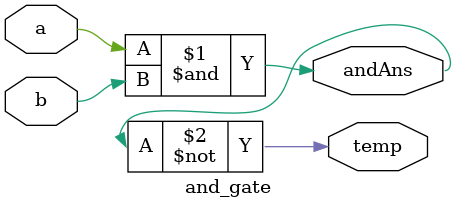
<source format=v>
module and_gate(a,b,andAns, temp);              
input a,b;                               
output temp,andAns;                            
nand(temp,a,b);
nand(andAns,temp,temp);
endmodule                                
</source>
